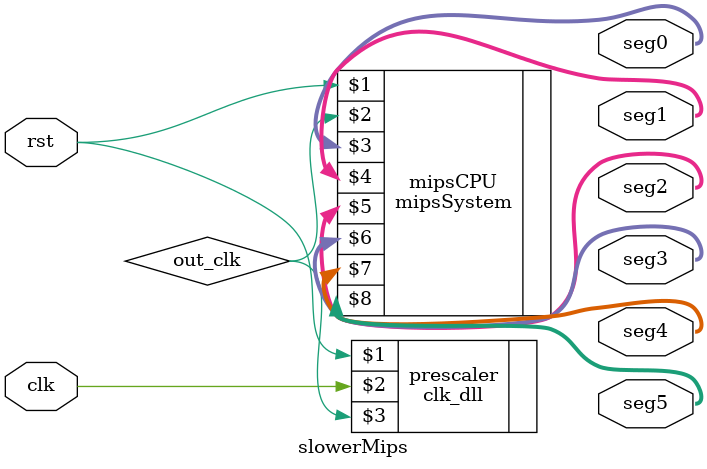
<source format=v>
module slowerMips(rst, clk, seg0, seg1, seg2, seg3, seg4, seg5);
input rst, clk;
output [6:0] seg0, seg1, seg2, seg3, seg4, seg5;
wire out_clk;

clk_dll prescaler(rst, clk, out_clk);
mipsSystem mipsCPU(rst, out_clk, seg0, seg1, seg2, seg3, seg4, seg5);

endmodule
</source>
